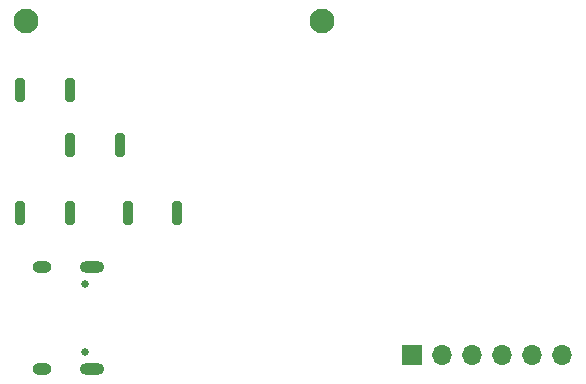
<source format=gbs>
G04 #@! TF.GenerationSoftware,KiCad,Pcbnew,7.0.2-6a45011f42~172~ubuntu22.04.1*
G04 #@! TF.CreationDate,2023-05-15T14:22:46+02:00*
G04 #@! TF.ProjectId,sharp-lcd-128x128,73686172-702d-46c6-9364-2d3132387831,rev?*
G04 #@! TF.SameCoordinates,Original*
G04 #@! TF.FileFunction,Soldermask,Bot*
G04 #@! TF.FilePolarity,Negative*
%FSLAX46Y46*%
G04 Gerber Fmt 4.6, Leading zero omitted, Abs format (unit mm)*
G04 Created by KiCad (PCBNEW 7.0.2-6a45011f42~172~ubuntu22.04.1) date 2023-05-15 14:22:46*
%MOMM*%
%LPD*%
G01*
G04 APERTURE LIST*
G04 Aperture macros list*
%AMRoundRect*
0 Rectangle with rounded corners*
0 $1 Rounding radius*
0 $2 $3 $4 $5 $6 $7 $8 $9 X,Y pos of 4 corners*
0 Add a 4 corners polygon primitive as box body*
4,1,4,$2,$3,$4,$5,$6,$7,$8,$9,$2,$3,0*
0 Add four circle primitives for the rounded corners*
1,1,$1+$1,$2,$3*
1,1,$1+$1,$4,$5*
1,1,$1+$1,$6,$7*
1,1,$1+$1,$8,$9*
0 Add four rect primitives between the rounded corners*
20,1,$1+$1,$2,$3,$4,$5,0*
20,1,$1+$1,$4,$5,$6,$7,0*
20,1,$1+$1,$6,$7,$8,$9,0*
20,1,$1+$1,$8,$9,$2,$3,0*%
G04 Aperture macros list end*
%ADD10RoundRect,0.200000X0.200000X0.800000X-0.200000X0.800000X-0.200000X-0.800000X0.200000X-0.800000X0*%
%ADD11R,1.700000X1.700000*%
%ADD12O,1.700000X1.700000*%
%ADD13C,0.650000*%
%ADD14O,2.100000X1.000000*%
%ADD15O,1.600000X1.000000*%
%ADD16C,2.100000*%
%ADD17RoundRect,0.200000X-0.200000X-0.800000X0.200000X-0.800000X0.200000X0.800000X-0.200000X0.800000X0*%
G04 APERTURE END LIST*
D10*
X78100000Y-37850000D03*
X73900000Y-37850000D03*
D11*
X107030000Y-60250000D03*
D12*
X109570000Y-60250000D03*
X112110000Y-60250000D03*
X114650000Y-60250000D03*
X117190000Y-60250000D03*
X119730000Y-60250000D03*
D13*
X79400000Y-54235000D03*
X79400000Y-60015000D03*
D14*
X79930000Y-52805000D03*
D15*
X75750000Y-52805000D03*
D14*
X79930000Y-61445000D03*
D15*
X75750000Y-61445000D03*
D16*
X74400000Y-32000000D03*
X99400000Y-32000000D03*
D17*
X82980000Y-48260000D03*
X87180000Y-48260000D03*
D10*
X78100000Y-48260000D03*
X73900000Y-48260000D03*
X82310000Y-42500000D03*
X78110000Y-42500000D03*
M02*

</source>
